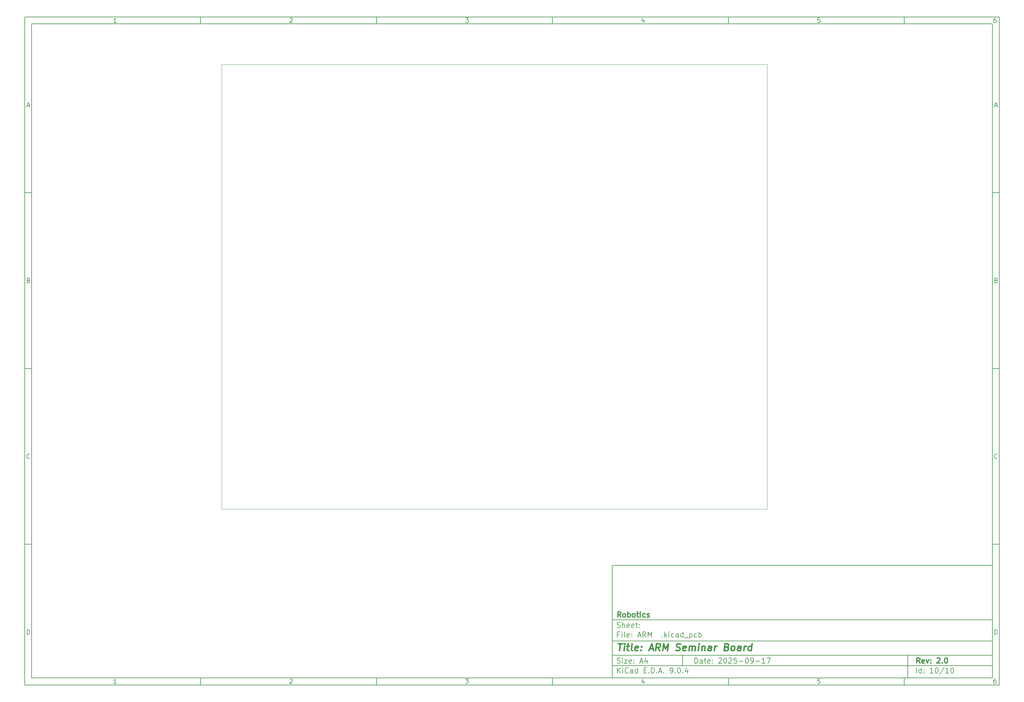
<source format=gm1>
G04 #@! TF.GenerationSoftware,KiCad,Pcbnew,9.0.4*
G04 #@! TF.CreationDate,2025-09-17T17:29:24+09:00*
G04 #@! TF.ProjectId,ARM ___ __,41524d20-38f8-4982-90f4-dc2e6b696361,2.0*
G04 #@! TF.SameCoordinates,Original*
G04 #@! TF.FileFunction,Profile,NP*
%FSLAX46Y46*%
G04 Gerber Fmt 4.6, Leading zero omitted, Abs format (unit mm)*
G04 Created by KiCad (PCBNEW 9.0.4) date 2025-09-17 17:29:24*
%MOMM*%
%LPD*%
G01*
G04 APERTURE LIST*
%ADD10C,0.100000*%
%ADD11C,0.150000*%
%ADD12C,0.300000*%
%ADD13C,0.400000*%
G04 #@! TA.AperFunction,Profile*
%ADD14C,0.050000*%
G04 #@! TD*
G04 APERTURE END LIST*
D10*
D11*
X177002200Y-166007200D02*
X285002200Y-166007200D01*
X285002200Y-198007200D01*
X177002200Y-198007200D01*
X177002200Y-166007200D01*
D10*
D11*
X10000000Y-10000000D02*
X287002200Y-10000000D01*
X287002200Y-200007200D01*
X10000000Y-200007200D01*
X10000000Y-10000000D01*
D10*
D11*
X12000000Y-12000000D02*
X285002200Y-12000000D01*
X285002200Y-198007200D01*
X12000000Y-198007200D01*
X12000000Y-12000000D01*
D10*
D11*
X60000000Y-12000000D02*
X60000000Y-10000000D01*
D10*
D11*
X110000000Y-12000000D02*
X110000000Y-10000000D01*
D10*
D11*
X160000000Y-12000000D02*
X160000000Y-10000000D01*
D10*
D11*
X210000000Y-12000000D02*
X210000000Y-10000000D01*
D10*
D11*
X260000000Y-12000000D02*
X260000000Y-10000000D01*
D10*
D11*
X36089160Y-11593604D02*
X35346303Y-11593604D01*
X35717731Y-11593604D02*
X35717731Y-10293604D01*
X35717731Y-10293604D02*
X35593922Y-10479319D01*
X35593922Y-10479319D02*
X35470112Y-10603128D01*
X35470112Y-10603128D02*
X35346303Y-10665033D01*
D10*
D11*
X85346303Y-10417414D02*
X85408207Y-10355509D01*
X85408207Y-10355509D02*
X85532017Y-10293604D01*
X85532017Y-10293604D02*
X85841541Y-10293604D01*
X85841541Y-10293604D02*
X85965350Y-10355509D01*
X85965350Y-10355509D02*
X86027255Y-10417414D01*
X86027255Y-10417414D02*
X86089160Y-10541223D01*
X86089160Y-10541223D02*
X86089160Y-10665033D01*
X86089160Y-10665033D02*
X86027255Y-10850747D01*
X86027255Y-10850747D02*
X85284398Y-11593604D01*
X85284398Y-11593604D02*
X86089160Y-11593604D01*
D10*
D11*
X135284398Y-10293604D02*
X136089160Y-10293604D01*
X136089160Y-10293604D02*
X135655826Y-10788842D01*
X135655826Y-10788842D02*
X135841541Y-10788842D01*
X135841541Y-10788842D02*
X135965350Y-10850747D01*
X135965350Y-10850747D02*
X136027255Y-10912652D01*
X136027255Y-10912652D02*
X136089160Y-11036461D01*
X136089160Y-11036461D02*
X136089160Y-11345985D01*
X136089160Y-11345985D02*
X136027255Y-11469795D01*
X136027255Y-11469795D02*
X135965350Y-11531700D01*
X135965350Y-11531700D02*
X135841541Y-11593604D01*
X135841541Y-11593604D02*
X135470112Y-11593604D01*
X135470112Y-11593604D02*
X135346303Y-11531700D01*
X135346303Y-11531700D02*
X135284398Y-11469795D01*
D10*
D11*
X185965350Y-10726938D02*
X185965350Y-11593604D01*
X185655826Y-10231700D02*
X185346303Y-11160271D01*
X185346303Y-11160271D02*
X186151064Y-11160271D01*
D10*
D11*
X236027255Y-10293604D02*
X235408207Y-10293604D01*
X235408207Y-10293604D02*
X235346303Y-10912652D01*
X235346303Y-10912652D02*
X235408207Y-10850747D01*
X235408207Y-10850747D02*
X235532017Y-10788842D01*
X235532017Y-10788842D02*
X235841541Y-10788842D01*
X235841541Y-10788842D02*
X235965350Y-10850747D01*
X235965350Y-10850747D02*
X236027255Y-10912652D01*
X236027255Y-10912652D02*
X236089160Y-11036461D01*
X236089160Y-11036461D02*
X236089160Y-11345985D01*
X236089160Y-11345985D02*
X236027255Y-11469795D01*
X236027255Y-11469795D02*
X235965350Y-11531700D01*
X235965350Y-11531700D02*
X235841541Y-11593604D01*
X235841541Y-11593604D02*
X235532017Y-11593604D01*
X235532017Y-11593604D02*
X235408207Y-11531700D01*
X235408207Y-11531700D02*
X235346303Y-11469795D01*
D10*
D11*
X285965350Y-10293604D02*
X285717731Y-10293604D01*
X285717731Y-10293604D02*
X285593922Y-10355509D01*
X285593922Y-10355509D02*
X285532017Y-10417414D01*
X285532017Y-10417414D02*
X285408207Y-10603128D01*
X285408207Y-10603128D02*
X285346303Y-10850747D01*
X285346303Y-10850747D02*
X285346303Y-11345985D01*
X285346303Y-11345985D02*
X285408207Y-11469795D01*
X285408207Y-11469795D02*
X285470112Y-11531700D01*
X285470112Y-11531700D02*
X285593922Y-11593604D01*
X285593922Y-11593604D02*
X285841541Y-11593604D01*
X285841541Y-11593604D02*
X285965350Y-11531700D01*
X285965350Y-11531700D02*
X286027255Y-11469795D01*
X286027255Y-11469795D02*
X286089160Y-11345985D01*
X286089160Y-11345985D02*
X286089160Y-11036461D01*
X286089160Y-11036461D02*
X286027255Y-10912652D01*
X286027255Y-10912652D02*
X285965350Y-10850747D01*
X285965350Y-10850747D02*
X285841541Y-10788842D01*
X285841541Y-10788842D02*
X285593922Y-10788842D01*
X285593922Y-10788842D02*
X285470112Y-10850747D01*
X285470112Y-10850747D02*
X285408207Y-10912652D01*
X285408207Y-10912652D02*
X285346303Y-11036461D01*
D10*
D11*
X60000000Y-198007200D02*
X60000000Y-200007200D01*
D10*
D11*
X110000000Y-198007200D02*
X110000000Y-200007200D01*
D10*
D11*
X160000000Y-198007200D02*
X160000000Y-200007200D01*
D10*
D11*
X210000000Y-198007200D02*
X210000000Y-200007200D01*
D10*
D11*
X260000000Y-198007200D02*
X260000000Y-200007200D01*
D10*
D11*
X36089160Y-199600804D02*
X35346303Y-199600804D01*
X35717731Y-199600804D02*
X35717731Y-198300804D01*
X35717731Y-198300804D02*
X35593922Y-198486519D01*
X35593922Y-198486519D02*
X35470112Y-198610328D01*
X35470112Y-198610328D02*
X35346303Y-198672233D01*
D10*
D11*
X85346303Y-198424614D02*
X85408207Y-198362709D01*
X85408207Y-198362709D02*
X85532017Y-198300804D01*
X85532017Y-198300804D02*
X85841541Y-198300804D01*
X85841541Y-198300804D02*
X85965350Y-198362709D01*
X85965350Y-198362709D02*
X86027255Y-198424614D01*
X86027255Y-198424614D02*
X86089160Y-198548423D01*
X86089160Y-198548423D02*
X86089160Y-198672233D01*
X86089160Y-198672233D02*
X86027255Y-198857947D01*
X86027255Y-198857947D02*
X85284398Y-199600804D01*
X85284398Y-199600804D02*
X86089160Y-199600804D01*
D10*
D11*
X135284398Y-198300804D02*
X136089160Y-198300804D01*
X136089160Y-198300804D02*
X135655826Y-198796042D01*
X135655826Y-198796042D02*
X135841541Y-198796042D01*
X135841541Y-198796042D02*
X135965350Y-198857947D01*
X135965350Y-198857947D02*
X136027255Y-198919852D01*
X136027255Y-198919852D02*
X136089160Y-199043661D01*
X136089160Y-199043661D02*
X136089160Y-199353185D01*
X136089160Y-199353185D02*
X136027255Y-199476995D01*
X136027255Y-199476995D02*
X135965350Y-199538900D01*
X135965350Y-199538900D02*
X135841541Y-199600804D01*
X135841541Y-199600804D02*
X135470112Y-199600804D01*
X135470112Y-199600804D02*
X135346303Y-199538900D01*
X135346303Y-199538900D02*
X135284398Y-199476995D01*
D10*
D11*
X185965350Y-198734138D02*
X185965350Y-199600804D01*
X185655826Y-198238900D02*
X185346303Y-199167471D01*
X185346303Y-199167471D02*
X186151064Y-199167471D01*
D10*
D11*
X236027255Y-198300804D02*
X235408207Y-198300804D01*
X235408207Y-198300804D02*
X235346303Y-198919852D01*
X235346303Y-198919852D02*
X235408207Y-198857947D01*
X235408207Y-198857947D02*
X235532017Y-198796042D01*
X235532017Y-198796042D02*
X235841541Y-198796042D01*
X235841541Y-198796042D02*
X235965350Y-198857947D01*
X235965350Y-198857947D02*
X236027255Y-198919852D01*
X236027255Y-198919852D02*
X236089160Y-199043661D01*
X236089160Y-199043661D02*
X236089160Y-199353185D01*
X236089160Y-199353185D02*
X236027255Y-199476995D01*
X236027255Y-199476995D02*
X235965350Y-199538900D01*
X235965350Y-199538900D02*
X235841541Y-199600804D01*
X235841541Y-199600804D02*
X235532017Y-199600804D01*
X235532017Y-199600804D02*
X235408207Y-199538900D01*
X235408207Y-199538900D02*
X235346303Y-199476995D01*
D10*
D11*
X285965350Y-198300804D02*
X285717731Y-198300804D01*
X285717731Y-198300804D02*
X285593922Y-198362709D01*
X285593922Y-198362709D02*
X285532017Y-198424614D01*
X285532017Y-198424614D02*
X285408207Y-198610328D01*
X285408207Y-198610328D02*
X285346303Y-198857947D01*
X285346303Y-198857947D02*
X285346303Y-199353185D01*
X285346303Y-199353185D02*
X285408207Y-199476995D01*
X285408207Y-199476995D02*
X285470112Y-199538900D01*
X285470112Y-199538900D02*
X285593922Y-199600804D01*
X285593922Y-199600804D02*
X285841541Y-199600804D01*
X285841541Y-199600804D02*
X285965350Y-199538900D01*
X285965350Y-199538900D02*
X286027255Y-199476995D01*
X286027255Y-199476995D02*
X286089160Y-199353185D01*
X286089160Y-199353185D02*
X286089160Y-199043661D01*
X286089160Y-199043661D02*
X286027255Y-198919852D01*
X286027255Y-198919852D02*
X285965350Y-198857947D01*
X285965350Y-198857947D02*
X285841541Y-198796042D01*
X285841541Y-198796042D02*
X285593922Y-198796042D01*
X285593922Y-198796042D02*
X285470112Y-198857947D01*
X285470112Y-198857947D02*
X285408207Y-198919852D01*
X285408207Y-198919852D02*
X285346303Y-199043661D01*
D10*
D11*
X10000000Y-60000000D02*
X12000000Y-60000000D01*
D10*
D11*
X10000000Y-110000000D02*
X12000000Y-110000000D01*
D10*
D11*
X10000000Y-160000000D02*
X12000000Y-160000000D01*
D10*
D11*
X10690476Y-35222176D02*
X11309523Y-35222176D01*
X10566666Y-35593604D02*
X10999999Y-34293604D01*
X10999999Y-34293604D02*
X11433333Y-35593604D01*
D10*
D11*
X11092857Y-84912652D02*
X11278571Y-84974557D01*
X11278571Y-84974557D02*
X11340476Y-85036461D01*
X11340476Y-85036461D02*
X11402380Y-85160271D01*
X11402380Y-85160271D02*
X11402380Y-85345985D01*
X11402380Y-85345985D02*
X11340476Y-85469795D01*
X11340476Y-85469795D02*
X11278571Y-85531700D01*
X11278571Y-85531700D02*
X11154761Y-85593604D01*
X11154761Y-85593604D02*
X10659523Y-85593604D01*
X10659523Y-85593604D02*
X10659523Y-84293604D01*
X10659523Y-84293604D02*
X11092857Y-84293604D01*
X11092857Y-84293604D02*
X11216666Y-84355509D01*
X11216666Y-84355509D02*
X11278571Y-84417414D01*
X11278571Y-84417414D02*
X11340476Y-84541223D01*
X11340476Y-84541223D02*
X11340476Y-84665033D01*
X11340476Y-84665033D02*
X11278571Y-84788842D01*
X11278571Y-84788842D02*
X11216666Y-84850747D01*
X11216666Y-84850747D02*
X11092857Y-84912652D01*
X11092857Y-84912652D02*
X10659523Y-84912652D01*
D10*
D11*
X11402380Y-135469795D02*
X11340476Y-135531700D01*
X11340476Y-135531700D02*
X11154761Y-135593604D01*
X11154761Y-135593604D02*
X11030952Y-135593604D01*
X11030952Y-135593604D02*
X10845238Y-135531700D01*
X10845238Y-135531700D02*
X10721428Y-135407890D01*
X10721428Y-135407890D02*
X10659523Y-135284080D01*
X10659523Y-135284080D02*
X10597619Y-135036461D01*
X10597619Y-135036461D02*
X10597619Y-134850747D01*
X10597619Y-134850747D02*
X10659523Y-134603128D01*
X10659523Y-134603128D02*
X10721428Y-134479319D01*
X10721428Y-134479319D02*
X10845238Y-134355509D01*
X10845238Y-134355509D02*
X11030952Y-134293604D01*
X11030952Y-134293604D02*
X11154761Y-134293604D01*
X11154761Y-134293604D02*
X11340476Y-134355509D01*
X11340476Y-134355509D02*
X11402380Y-134417414D01*
D10*
D11*
X10659523Y-185593604D02*
X10659523Y-184293604D01*
X10659523Y-184293604D02*
X10969047Y-184293604D01*
X10969047Y-184293604D02*
X11154761Y-184355509D01*
X11154761Y-184355509D02*
X11278571Y-184479319D01*
X11278571Y-184479319D02*
X11340476Y-184603128D01*
X11340476Y-184603128D02*
X11402380Y-184850747D01*
X11402380Y-184850747D02*
X11402380Y-185036461D01*
X11402380Y-185036461D02*
X11340476Y-185284080D01*
X11340476Y-185284080D02*
X11278571Y-185407890D01*
X11278571Y-185407890D02*
X11154761Y-185531700D01*
X11154761Y-185531700D02*
X10969047Y-185593604D01*
X10969047Y-185593604D02*
X10659523Y-185593604D01*
D10*
D11*
X287002200Y-60000000D02*
X285002200Y-60000000D01*
D10*
D11*
X287002200Y-110000000D02*
X285002200Y-110000000D01*
D10*
D11*
X287002200Y-160000000D02*
X285002200Y-160000000D01*
D10*
D11*
X285692676Y-35222176D02*
X286311723Y-35222176D01*
X285568866Y-35593604D02*
X286002199Y-34293604D01*
X286002199Y-34293604D02*
X286435533Y-35593604D01*
D10*
D11*
X286095057Y-84912652D02*
X286280771Y-84974557D01*
X286280771Y-84974557D02*
X286342676Y-85036461D01*
X286342676Y-85036461D02*
X286404580Y-85160271D01*
X286404580Y-85160271D02*
X286404580Y-85345985D01*
X286404580Y-85345985D02*
X286342676Y-85469795D01*
X286342676Y-85469795D02*
X286280771Y-85531700D01*
X286280771Y-85531700D02*
X286156961Y-85593604D01*
X286156961Y-85593604D02*
X285661723Y-85593604D01*
X285661723Y-85593604D02*
X285661723Y-84293604D01*
X285661723Y-84293604D02*
X286095057Y-84293604D01*
X286095057Y-84293604D02*
X286218866Y-84355509D01*
X286218866Y-84355509D02*
X286280771Y-84417414D01*
X286280771Y-84417414D02*
X286342676Y-84541223D01*
X286342676Y-84541223D02*
X286342676Y-84665033D01*
X286342676Y-84665033D02*
X286280771Y-84788842D01*
X286280771Y-84788842D02*
X286218866Y-84850747D01*
X286218866Y-84850747D02*
X286095057Y-84912652D01*
X286095057Y-84912652D02*
X285661723Y-84912652D01*
D10*
D11*
X286404580Y-135469795D02*
X286342676Y-135531700D01*
X286342676Y-135531700D02*
X286156961Y-135593604D01*
X286156961Y-135593604D02*
X286033152Y-135593604D01*
X286033152Y-135593604D02*
X285847438Y-135531700D01*
X285847438Y-135531700D02*
X285723628Y-135407890D01*
X285723628Y-135407890D02*
X285661723Y-135284080D01*
X285661723Y-135284080D02*
X285599819Y-135036461D01*
X285599819Y-135036461D02*
X285599819Y-134850747D01*
X285599819Y-134850747D02*
X285661723Y-134603128D01*
X285661723Y-134603128D02*
X285723628Y-134479319D01*
X285723628Y-134479319D02*
X285847438Y-134355509D01*
X285847438Y-134355509D02*
X286033152Y-134293604D01*
X286033152Y-134293604D02*
X286156961Y-134293604D01*
X286156961Y-134293604D02*
X286342676Y-134355509D01*
X286342676Y-134355509D02*
X286404580Y-134417414D01*
D10*
D11*
X285661723Y-185593604D02*
X285661723Y-184293604D01*
X285661723Y-184293604D02*
X285971247Y-184293604D01*
X285971247Y-184293604D02*
X286156961Y-184355509D01*
X286156961Y-184355509D02*
X286280771Y-184479319D01*
X286280771Y-184479319D02*
X286342676Y-184603128D01*
X286342676Y-184603128D02*
X286404580Y-184850747D01*
X286404580Y-184850747D02*
X286404580Y-185036461D01*
X286404580Y-185036461D02*
X286342676Y-185284080D01*
X286342676Y-185284080D02*
X286280771Y-185407890D01*
X286280771Y-185407890D02*
X286156961Y-185531700D01*
X286156961Y-185531700D02*
X285971247Y-185593604D01*
X285971247Y-185593604D02*
X285661723Y-185593604D01*
D10*
D11*
X200458026Y-193793328D02*
X200458026Y-192293328D01*
X200458026Y-192293328D02*
X200815169Y-192293328D01*
X200815169Y-192293328D02*
X201029455Y-192364757D01*
X201029455Y-192364757D02*
X201172312Y-192507614D01*
X201172312Y-192507614D02*
X201243741Y-192650471D01*
X201243741Y-192650471D02*
X201315169Y-192936185D01*
X201315169Y-192936185D02*
X201315169Y-193150471D01*
X201315169Y-193150471D02*
X201243741Y-193436185D01*
X201243741Y-193436185D02*
X201172312Y-193579042D01*
X201172312Y-193579042D02*
X201029455Y-193721900D01*
X201029455Y-193721900D02*
X200815169Y-193793328D01*
X200815169Y-193793328D02*
X200458026Y-193793328D01*
X202600884Y-193793328D02*
X202600884Y-193007614D01*
X202600884Y-193007614D02*
X202529455Y-192864757D01*
X202529455Y-192864757D02*
X202386598Y-192793328D01*
X202386598Y-192793328D02*
X202100884Y-192793328D01*
X202100884Y-192793328D02*
X201958026Y-192864757D01*
X202600884Y-193721900D02*
X202458026Y-193793328D01*
X202458026Y-193793328D02*
X202100884Y-193793328D01*
X202100884Y-193793328D02*
X201958026Y-193721900D01*
X201958026Y-193721900D02*
X201886598Y-193579042D01*
X201886598Y-193579042D02*
X201886598Y-193436185D01*
X201886598Y-193436185D02*
X201958026Y-193293328D01*
X201958026Y-193293328D02*
X202100884Y-193221900D01*
X202100884Y-193221900D02*
X202458026Y-193221900D01*
X202458026Y-193221900D02*
X202600884Y-193150471D01*
X203100884Y-192793328D02*
X203672312Y-192793328D01*
X203315169Y-192293328D02*
X203315169Y-193579042D01*
X203315169Y-193579042D02*
X203386598Y-193721900D01*
X203386598Y-193721900D02*
X203529455Y-193793328D01*
X203529455Y-193793328D02*
X203672312Y-193793328D01*
X204743741Y-193721900D02*
X204600884Y-193793328D01*
X204600884Y-193793328D02*
X204315170Y-193793328D01*
X204315170Y-193793328D02*
X204172312Y-193721900D01*
X204172312Y-193721900D02*
X204100884Y-193579042D01*
X204100884Y-193579042D02*
X204100884Y-193007614D01*
X204100884Y-193007614D02*
X204172312Y-192864757D01*
X204172312Y-192864757D02*
X204315170Y-192793328D01*
X204315170Y-192793328D02*
X204600884Y-192793328D01*
X204600884Y-192793328D02*
X204743741Y-192864757D01*
X204743741Y-192864757D02*
X204815170Y-193007614D01*
X204815170Y-193007614D02*
X204815170Y-193150471D01*
X204815170Y-193150471D02*
X204100884Y-193293328D01*
X205458026Y-193650471D02*
X205529455Y-193721900D01*
X205529455Y-193721900D02*
X205458026Y-193793328D01*
X205458026Y-193793328D02*
X205386598Y-193721900D01*
X205386598Y-193721900D02*
X205458026Y-193650471D01*
X205458026Y-193650471D02*
X205458026Y-193793328D01*
X205458026Y-192864757D02*
X205529455Y-192936185D01*
X205529455Y-192936185D02*
X205458026Y-193007614D01*
X205458026Y-193007614D02*
X205386598Y-192936185D01*
X205386598Y-192936185D02*
X205458026Y-192864757D01*
X205458026Y-192864757D02*
X205458026Y-193007614D01*
X207243741Y-192436185D02*
X207315169Y-192364757D01*
X207315169Y-192364757D02*
X207458027Y-192293328D01*
X207458027Y-192293328D02*
X207815169Y-192293328D01*
X207815169Y-192293328D02*
X207958027Y-192364757D01*
X207958027Y-192364757D02*
X208029455Y-192436185D01*
X208029455Y-192436185D02*
X208100884Y-192579042D01*
X208100884Y-192579042D02*
X208100884Y-192721900D01*
X208100884Y-192721900D02*
X208029455Y-192936185D01*
X208029455Y-192936185D02*
X207172312Y-193793328D01*
X207172312Y-193793328D02*
X208100884Y-193793328D01*
X209029455Y-192293328D02*
X209172312Y-192293328D01*
X209172312Y-192293328D02*
X209315169Y-192364757D01*
X209315169Y-192364757D02*
X209386598Y-192436185D01*
X209386598Y-192436185D02*
X209458026Y-192579042D01*
X209458026Y-192579042D02*
X209529455Y-192864757D01*
X209529455Y-192864757D02*
X209529455Y-193221900D01*
X209529455Y-193221900D02*
X209458026Y-193507614D01*
X209458026Y-193507614D02*
X209386598Y-193650471D01*
X209386598Y-193650471D02*
X209315169Y-193721900D01*
X209315169Y-193721900D02*
X209172312Y-193793328D01*
X209172312Y-193793328D02*
X209029455Y-193793328D01*
X209029455Y-193793328D02*
X208886598Y-193721900D01*
X208886598Y-193721900D02*
X208815169Y-193650471D01*
X208815169Y-193650471D02*
X208743740Y-193507614D01*
X208743740Y-193507614D02*
X208672312Y-193221900D01*
X208672312Y-193221900D02*
X208672312Y-192864757D01*
X208672312Y-192864757D02*
X208743740Y-192579042D01*
X208743740Y-192579042D02*
X208815169Y-192436185D01*
X208815169Y-192436185D02*
X208886598Y-192364757D01*
X208886598Y-192364757D02*
X209029455Y-192293328D01*
X210100883Y-192436185D02*
X210172311Y-192364757D01*
X210172311Y-192364757D02*
X210315169Y-192293328D01*
X210315169Y-192293328D02*
X210672311Y-192293328D01*
X210672311Y-192293328D02*
X210815169Y-192364757D01*
X210815169Y-192364757D02*
X210886597Y-192436185D01*
X210886597Y-192436185D02*
X210958026Y-192579042D01*
X210958026Y-192579042D02*
X210958026Y-192721900D01*
X210958026Y-192721900D02*
X210886597Y-192936185D01*
X210886597Y-192936185D02*
X210029454Y-193793328D01*
X210029454Y-193793328D02*
X210958026Y-193793328D01*
X212315168Y-192293328D02*
X211600882Y-192293328D01*
X211600882Y-192293328D02*
X211529454Y-193007614D01*
X211529454Y-193007614D02*
X211600882Y-192936185D01*
X211600882Y-192936185D02*
X211743740Y-192864757D01*
X211743740Y-192864757D02*
X212100882Y-192864757D01*
X212100882Y-192864757D02*
X212243740Y-192936185D01*
X212243740Y-192936185D02*
X212315168Y-193007614D01*
X212315168Y-193007614D02*
X212386597Y-193150471D01*
X212386597Y-193150471D02*
X212386597Y-193507614D01*
X212386597Y-193507614D02*
X212315168Y-193650471D01*
X212315168Y-193650471D02*
X212243740Y-193721900D01*
X212243740Y-193721900D02*
X212100882Y-193793328D01*
X212100882Y-193793328D02*
X211743740Y-193793328D01*
X211743740Y-193793328D02*
X211600882Y-193721900D01*
X211600882Y-193721900D02*
X211529454Y-193650471D01*
X213029453Y-193221900D02*
X214172311Y-193221900D01*
X215172311Y-192293328D02*
X215315168Y-192293328D01*
X215315168Y-192293328D02*
X215458025Y-192364757D01*
X215458025Y-192364757D02*
X215529454Y-192436185D01*
X215529454Y-192436185D02*
X215600882Y-192579042D01*
X215600882Y-192579042D02*
X215672311Y-192864757D01*
X215672311Y-192864757D02*
X215672311Y-193221900D01*
X215672311Y-193221900D02*
X215600882Y-193507614D01*
X215600882Y-193507614D02*
X215529454Y-193650471D01*
X215529454Y-193650471D02*
X215458025Y-193721900D01*
X215458025Y-193721900D02*
X215315168Y-193793328D01*
X215315168Y-193793328D02*
X215172311Y-193793328D01*
X215172311Y-193793328D02*
X215029454Y-193721900D01*
X215029454Y-193721900D02*
X214958025Y-193650471D01*
X214958025Y-193650471D02*
X214886596Y-193507614D01*
X214886596Y-193507614D02*
X214815168Y-193221900D01*
X214815168Y-193221900D02*
X214815168Y-192864757D01*
X214815168Y-192864757D02*
X214886596Y-192579042D01*
X214886596Y-192579042D02*
X214958025Y-192436185D01*
X214958025Y-192436185D02*
X215029454Y-192364757D01*
X215029454Y-192364757D02*
X215172311Y-192293328D01*
X216386596Y-193793328D02*
X216672310Y-193793328D01*
X216672310Y-193793328D02*
X216815167Y-193721900D01*
X216815167Y-193721900D02*
X216886596Y-193650471D01*
X216886596Y-193650471D02*
X217029453Y-193436185D01*
X217029453Y-193436185D02*
X217100882Y-193150471D01*
X217100882Y-193150471D02*
X217100882Y-192579042D01*
X217100882Y-192579042D02*
X217029453Y-192436185D01*
X217029453Y-192436185D02*
X216958025Y-192364757D01*
X216958025Y-192364757D02*
X216815167Y-192293328D01*
X216815167Y-192293328D02*
X216529453Y-192293328D01*
X216529453Y-192293328D02*
X216386596Y-192364757D01*
X216386596Y-192364757D02*
X216315167Y-192436185D01*
X216315167Y-192436185D02*
X216243739Y-192579042D01*
X216243739Y-192579042D02*
X216243739Y-192936185D01*
X216243739Y-192936185D02*
X216315167Y-193079042D01*
X216315167Y-193079042D02*
X216386596Y-193150471D01*
X216386596Y-193150471D02*
X216529453Y-193221900D01*
X216529453Y-193221900D02*
X216815167Y-193221900D01*
X216815167Y-193221900D02*
X216958025Y-193150471D01*
X216958025Y-193150471D02*
X217029453Y-193079042D01*
X217029453Y-193079042D02*
X217100882Y-192936185D01*
X217743738Y-193221900D02*
X218886596Y-193221900D01*
X220386596Y-193793328D02*
X219529453Y-193793328D01*
X219958024Y-193793328D02*
X219958024Y-192293328D01*
X219958024Y-192293328D02*
X219815167Y-192507614D01*
X219815167Y-192507614D02*
X219672310Y-192650471D01*
X219672310Y-192650471D02*
X219529453Y-192721900D01*
X220886595Y-192293328D02*
X221886595Y-192293328D01*
X221886595Y-192293328D02*
X221243738Y-193793328D01*
D10*
D11*
X177002200Y-194507200D02*
X285002200Y-194507200D01*
D10*
D11*
X178458026Y-196593328D02*
X178458026Y-195093328D01*
X179315169Y-196593328D02*
X178672312Y-195736185D01*
X179315169Y-195093328D02*
X178458026Y-195950471D01*
X179958026Y-196593328D02*
X179958026Y-195593328D01*
X179958026Y-195093328D02*
X179886598Y-195164757D01*
X179886598Y-195164757D02*
X179958026Y-195236185D01*
X179958026Y-195236185D02*
X180029455Y-195164757D01*
X180029455Y-195164757D02*
X179958026Y-195093328D01*
X179958026Y-195093328D02*
X179958026Y-195236185D01*
X181529455Y-196450471D02*
X181458027Y-196521900D01*
X181458027Y-196521900D02*
X181243741Y-196593328D01*
X181243741Y-196593328D02*
X181100884Y-196593328D01*
X181100884Y-196593328D02*
X180886598Y-196521900D01*
X180886598Y-196521900D02*
X180743741Y-196379042D01*
X180743741Y-196379042D02*
X180672312Y-196236185D01*
X180672312Y-196236185D02*
X180600884Y-195950471D01*
X180600884Y-195950471D02*
X180600884Y-195736185D01*
X180600884Y-195736185D02*
X180672312Y-195450471D01*
X180672312Y-195450471D02*
X180743741Y-195307614D01*
X180743741Y-195307614D02*
X180886598Y-195164757D01*
X180886598Y-195164757D02*
X181100884Y-195093328D01*
X181100884Y-195093328D02*
X181243741Y-195093328D01*
X181243741Y-195093328D02*
X181458027Y-195164757D01*
X181458027Y-195164757D02*
X181529455Y-195236185D01*
X182815170Y-196593328D02*
X182815170Y-195807614D01*
X182815170Y-195807614D02*
X182743741Y-195664757D01*
X182743741Y-195664757D02*
X182600884Y-195593328D01*
X182600884Y-195593328D02*
X182315170Y-195593328D01*
X182315170Y-195593328D02*
X182172312Y-195664757D01*
X182815170Y-196521900D02*
X182672312Y-196593328D01*
X182672312Y-196593328D02*
X182315170Y-196593328D01*
X182315170Y-196593328D02*
X182172312Y-196521900D01*
X182172312Y-196521900D02*
X182100884Y-196379042D01*
X182100884Y-196379042D02*
X182100884Y-196236185D01*
X182100884Y-196236185D02*
X182172312Y-196093328D01*
X182172312Y-196093328D02*
X182315170Y-196021900D01*
X182315170Y-196021900D02*
X182672312Y-196021900D01*
X182672312Y-196021900D02*
X182815170Y-195950471D01*
X184172313Y-196593328D02*
X184172313Y-195093328D01*
X184172313Y-196521900D02*
X184029455Y-196593328D01*
X184029455Y-196593328D02*
X183743741Y-196593328D01*
X183743741Y-196593328D02*
X183600884Y-196521900D01*
X183600884Y-196521900D02*
X183529455Y-196450471D01*
X183529455Y-196450471D02*
X183458027Y-196307614D01*
X183458027Y-196307614D02*
X183458027Y-195879042D01*
X183458027Y-195879042D02*
X183529455Y-195736185D01*
X183529455Y-195736185D02*
X183600884Y-195664757D01*
X183600884Y-195664757D02*
X183743741Y-195593328D01*
X183743741Y-195593328D02*
X184029455Y-195593328D01*
X184029455Y-195593328D02*
X184172313Y-195664757D01*
X186029455Y-195807614D02*
X186529455Y-195807614D01*
X186743741Y-196593328D02*
X186029455Y-196593328D01*
X186029455Y-196593328D02*
X186029455Y-195093328D01*
X186029455Y-195093328D02*
X186743741Y-195093328D01*
X187386598Y-196450471D02*
X187458027Y-196521900D01*
X187458027Y-196521900D02*
X187386598Y-196593328D01*
X187386598Y-196593328D02*
X187315170Y-196521900D01*
X187315170Y-196521900D02*
X187386598Y-196450471D01*
X187386598Y-196450471D02*
X187386598Y-196593328D01*
X188100884Y-196593328D02*
X188100884Y-195093328D01*
X188100884Y-195093328D02*
X188458027Y-195093328D01*
X188458027Y-195093328D02*
X188672313Y-195164757D01*
X188672313Y-195164757D02*
X188815170Y-195307614D01*
X188815170Y-195307614D02*
X188886599Y-195450471D01*
X188886599Y-195450471D02*
X188958027Y-195736185D01*
X188958027Y-195736185D02*
X188958027Y-195950471D01*
X188958027Y-195950471D02*
X188886599Y-196236185D01*
X188886599Y-196236185D02*
X188815170Y-196379042D01*
X188815170Y-196379042D02*
X188672313Y-196521900D01*
X188672313Y-196521900D02*
X188458027Y-196593328D01*
X188458027Y-196593328D02*
X188100884Y-196593328D01*
X189600884Y-196450471D02*
X189672313Y-196521900D01*
X189672313Y-196521900D02*
X189600884Y-196593328D01*
X189600884Y-196593328D02*
X189529456Y-196521900D01*
X189529456Y-196521900D02*
X189600884Y-196450471D01*
X189600884Y-196450471D02*
X189600884Y-196593328D01*
X190243742Y-196164757D02*
X190958028Y-196164757D01*
X190100885Y-196593328D02*
X190600885Y-195093328D01*
X190600885Y-195093328D02*
X191100885Y-196593328D01*
X191600884Y-196450471D02*
X191672313Y-196521900D01*
X191672313Y-196521900D02*
X191600884Y-196593328D01*
X191600884Y-196593328D02*
X191529456Y-196521900D01*
X191529456Y-196521900D02*
X191600884Y-196450471D01*
X191600884Y-196450471D02*
X191600884Y-196593328D01*
X193529456Y-196593328D02*
X193815170Y-196593328D01*
X193815170Y-196593328D02*
X193958027Y-196521900D01*
X193958027Y-196521900D02*
X194029456Y-196450471D01*
X194029456Y-196450471D02*
X194172313Y-196236185D01*
X194172313Y-196236185D02*
X194243742Y-195950471D01*
X194243742Y-195950471D02*
X194243742Y-195379042D01*
X194243742Y-195379042D02*
X194172313Y-195236185D01*
X194172313Y-195236185D02*
X194100885Y-195164757D01*
X194100885Y-195164757D02*
X193958027Y-195093328D01*
X193958027Y-195093328D02*
X193672313Y-195093328D01*
X193672313Y-195093328D02*
X193529456Y-195164757D01*
X193529456Y-195164757D02*
X193458027Y-195236185D01*
X193458027Y-195236185D02*
X193386599Y-195379042D01*
X193386599Y-195379042D02*
X193386599Y-195736185D01*
X193386599Y-195736185D02*
X193458027Y-195879042D01*
X193458027Y-195879042D02*
X193529456Y-195950471D01*
X193529456Y-195950471D02*
X193672313Y-196021900D01*
X193672313Y-196021900D02*
X193958027Y-196021900D01*
X193958027Y-196021900D02*
X194100885Y-195950471D01*
X194100885Y-195950471D02*
X194172313Y-195879042D01*
X194172313Y-195879042D02*
X194243742Y-195736185D01*
X194886598Y-196450471D02*
X194958027Y-196521900D01*
X194958027Y-196521900D02*
X194886598Y-196593328D01*
X194886598Y-196593328D02*
X194815170Y-196521900D01*
X194815170Y-196521900D02*
X194886598Y-196450471D01*
X194886598Y-196450471D02*
X194886598Y-196593328D01*
X195886599Y-195093328D02*
X196029456Y-195093328D01*
X196029456Y-195093328D02*
X196172313Y-195164757D01*
X196172313Y-195164757D02*
X196243742Y-195236185D01*
X196243742Y-195236185D02*
X196315170Y-195379042D01*
X196315170Y-195379042D02*
X196386599Y-195664757D01*
X196386599Y-195664757D02*
X196386599Y-196021900D01*
X196386599Y-196021900D02*
X196315170Y-196307614D01*
X196315170Y-196307614D02*
X196243742Y-196450471D01*
X196243742Y-196450471D02*
X196172313Y-196521900D01*
X196172313Y-196521900D02*
X196029456Y-196593328D01*
X196029456Y-196593328D02*
X195886599Y-196593328D01*
X195886599Y-196593328D02*
X195743742Y-196521900D01*
X195743742Y-196521900D02*
X195672313Y-196450471D01*
X195672313Y-196450471D02*
X195600884Y-196307614D01*
X195600884Y-196307614D02*
X195529456Y-196021900D01*
X195529456Y-196021900D02*
X195529456Y-195664757D01*
X195529456Y-195664757D02*
X195600884Y-195379042D01*
X195600884Y-195379042D02*
X195672313Y-195236185D01*
X195672313Y-195236185D02*
X195743742Y-195164757D01*
X195743742Y-195164757D02*
X195886599Y-195093328D01*
X197029455Y-196450471D02*
X197100884Y-196521900D01*
X197100884Y-196521900D02*
X197029455Y-196593328D01*
X197029455Y-196593328D02*
X196958027Y-196521900D01*
X196958027Y-196521900D02*
X197029455Y-196450471D01*
X197029455Y-196450471D02*
X197029455Y-196593328D01*
X198386599Y-195593328D02*
X198386599Y-196593328D01*
X198029456Y-195021900D02*
X197672313Y-196093328D01*
X197672313Y-196093328D02*
X198600884Y-196093328D01*
D10*
D11*
X177002200Y-191507200D02*
X285002200Y-191507200D01*
D10*
D12*
X264413853Y-193785528D02*
X263913853Y-193071242D01*
X263556710Y-193785528D02*
X263556710Y-192285528D01*
X263556710Y-192285528D02*
X264128139Y-192285528D01*
X264128139Y-192285528D02*
X264270996Y-192356957D01*
X264270996Y-192356957D02*
X264342425Y-192428385D01*
X264342425Y-192428385D02*
X264413853Y-192571242D01*
X264413853Y-192571242D02*
X264413853Y-192785528D01*
X264413853Y-192785528D02*
X264342425Y-192928385D01*
X264342425Y-192928385D02*
X264270996Y-192999814D01*
X264270996Y-192999814D02*
X264128139Y-193071242D01*
X264128139Y-193071242D02*
X263556710Y-193071242D01*
X265628139Y-193714100D02*
X265485282Y-193785528D01*
X265485282Y-193785528D02*
X265199568Y-193785528D01*
X265199568Y-193785528D02*
X265056710Y-193714100D01*
X265056710Y-193714100D02*
X264985282Y-193571242D01*
X264985282Y-193571242D02*
X264985282Y-192999814D01*
X264985282Y-192999814D02*
X265056710Y-192856957D01*
X265056710Y-192856957D02*
X265199568Y-192785528D01*
X265199568Y-192785528D02*
X265485282Y-192785528D01*
X265485282Y-192785528D02*
X265628139Y-192856957D01*
X265628139Y-192856957D02*
X265699568Y-192999814D01*
X265699568Y-192999814D02*
X265699568Y-193142671D01*
X265699568Y-193142671D02*
X264985282Y-193285528D01*
X266199567Y-192785528D02*
X266556710Y-193785528D01*
X266556710Y-193785528D02*
X266913853Y-192785528D01*
X267485281Y-193642671D02*
X267556710Y-193714100D01*
X267556710Y-193714100D02*
X267485281Y-193785528D01*
X267485281Y-193785528D02*
X267413853Y-193714100D01*
X267413853Y-193714100D02*
X267485281Y-193642671D01*
X267485281Y-193642671D02*
X267485281Y-193785528D01*
X267485281Y-192856957D02*
X267556710Y-192928385D01*
X267556710Y-192928385D02*
X267485281Y-192999814D01*
X267485281Y-192999814D02*
X267413853Y-192928385D01*
X267413853Y-192928385D02*
X267485281Y-192856957D01*
X267485281Y-192856957D02*
X267485281Y-192999814D01*
X269270996Y-192428385D02*
X269342424Y-192356957D01*
X269342424Y-192356957D02*
X269485282Y-192285528D01*
X269485282Y-192285528D02*
X269842424Y-192285528D01*
X269842424Y-192285528D02*
X269985282Y-192356957D01*
X269985282Y-192356957D02*
X270056710Y-192428385D01*
X270056710Y-192428385D02*
X270128139Y-192571242D01*
X270128139Y-192571242D02*
X270128139Y-192714100D01*
X270128139Y-192714100D02*
X270056710Y-192928385D01*
X270056710Y-192928385D02*
X269199567Y-193785528D01*
X269199567Y-193785528D02*
X270128139Y-193785528D01*
X270770995Y-193642671D02*
X270842424Y-193714100D01*
X270842424Y-193714100D02*
X270770995Y-193785528D01*
X270770995Y-193785528D02*
X270699567Y-193714100D01*
X270699567Y-193714100D02*
X270770995Y-193642671D01*
X270770995Y-193642671D02*
X270770995Y-193785528D01*
X271770996Y-192285528D02*
X271913853Y-192285528D01*
X271913853Y-192285528D02*
X272056710Y-192356957D01*
X272056710Y-192356957D02*
X272128139Y-192428385D01*
X272128139Y-192428385D02*
X272199567Y-192571242D01*
X272199567Y-192571242D02*
X272270996Y-192856957D01*
X272270996Y-192856957D02*
X272270996Y-193214100D01*
X272270996Y-193214100D02*
X272199567Y-193499814D01*
X272199567Y-193499814D02*
X272128139Y-193642671D01*
X272128139Y-193642671D02*
X272056710Y-193714100D01*
X272056710Y-193714100D02*
X271913853Y-193785528D01*
X271913853Y-193785528D02*
X271770996Y-193785528D01*
X271770996Y-193785528D02*
X271628139Y-193714100D01*
X271628139Y-193714100D02*
X271556710Y-193642671D01*
X271556710Y-193642671D02*
X271485281Y-193499814D01*
X271485281Y-193499814D02*
X271413853Y-193214100D01*
X271413853Y-193214100D02*
X271413853Y-192856957D01*
X271413853Y-192856957D02*
X271485281Y-192571242D01*
X271485281Y-192571242D02*
X271556710Y-192428385D01*
X271556710Y-192428385D02*
X271628139Y-192356957D01*
X271628139Y-192356957D02*
X271770996Y-192285528D01*
D10*
D11*
X178386598Y-193721900D02*
X178600884Y-193793328D01*
X178600884Y-193793328D02*
X178958026Y-193793328D01*
X178958026Y-193793328D02*
X179100884Y-193721900D01*
X179100884Y-193721900D02*
X179172312Y-193650471D01*
X179172312Y-193650471D02*
X179243741Y-193507614D01*
X179243741Y-193507614D02*
X179243741Y-193364757D01*
X179243741Y-193364757D02*
X179172312Y-193221900D01*
X179172312Y-193221900D02*
X179100884Y-193150471D01*
X179100884Y-193150471D02*
X178958026Y-193079042D01*
X178958026Y-193079042D02*
X178672312Y-193007614D01*
X178672312Y-193007614D02*
X178529455Y-192936185D01*
X178529455Y-192936185D02*
X178458026Y-192864757D01*
X178458026Y-192864757D02*
X178386598Y-192721900D01*
X178386598Y-192721900D02*
X178386598Y-192579042D01*
X178386598Y-192579042D02*
X178458026Y-192436185D01*
X178458026Y-192436185D02*
X178529455Y-192364757D01*
X178529455Y-192364757D02*
X178672312Y-192293328D01*
X178672312Y-192293328D02*
X179029455Y-192293328D01*
X179029455Y-192293328D02*
X179243741Y-192364757D01*
X179886597Y-193793328D02*
X179886597Y-192793328D01*
X179886597Y-192293328D02*
X179815169Y-192364757D01*
X179815169Y-192364757D02*
X179886597Y-192436185D01*
X179886597Y-192436185D02*
X179958026Y-192364757D01*
X179958026Y-192364757D02*
X179886597Y-192293328D01*
X179886597Y-192293328D02*
X179886597Y-192436185D01*
X180458026Y-192793328D02*
X181243741Y-192793328D01*
X181243741Y-192793328D02*
X180458026Y-193793328D01*
X180458026Y-193793328D02*
X181243741Y-193793328D01*
X182386598Y-193721900D02*
X182243741Y-193793328D01*
X182243741Y-193793328D02*
X181958027Y-193793328D01*
X181958027Y-193793328D02*
X181815169Y-193721900D01*
X181815169Y-193721900D02*
X181743741Y-193579042D01*
X181743741Y-193579042D02*
X181743741Y-193007614D01*
X181743741Y-193007614D02*
X181815169Y-192864757D01*
X181815169Y-192864757D02*
X181958027Y-192793328D01*
X181958027Y-192793328D02*
X182243741Y-192793328D01*
X182243741Y-192793328D02*
X182386598Y-192864757D01*
X182386598Y-192864757D02*
X182458027Y-193007614D01*
X182458027Y-193007614D02*
X182458027Y-193150471D01*
X182458027Y-193150471D02*
X181743741Y-193293328D01*
X183100883Y-193650471D02*
X183172312Y-193721900D01*
X183172312Y-193721900D02*
X183100883Y-193793328D01*
X183100883Y-193793328D02*
X183029455Y-193721900D01*
X183029455Y-193721900D02*
X183100883Y-193650471D01*
X183100883Y-193650471D02*
X183100883Y-193793328D01*
X183100883Y-192864757D02*
X183172312Y-192936185D01*
X183172312Y-192936185D02*
X183100883Y-193007614D01*
X183100883Y-193007614D02*
X183029455Y-192936185D01*
X183029455Y-192936185D02*
X183100883Y-192864757D01*
X183100883Y-192864757D02*
X183100883Y-193007614D01*
X184886598Y-193364757D02*
X185600884Y-193364757D01*
X184743741Y-193793328D02*
X185243741Y-192293328D01*
X185243741Y-192293328D02*
X185743741Y-193793328D01*
X186886598Y-192793328D02*
X186886598Y-193793328D01*
X186529455Y-192221900D02*
X186172312Y-193293328D01*
X186172312Y-193293328D02*
X187100883Y-193293328D01*
D10*
D11*
X263458026Y-196593328D02*
X263458026Y-195093328D01*
X264815170Y-196593328D02*
X264815170Y-195093328D01*
X264815170Y-196521900D02*
X264672312Y-196593328D01*
X264672312Y-196593328D02*
X264386598Y-196593328D01*
X264386598Y-196593328D02*
X264243741Y-196521900D01*
X264243741Y-196521900D02*
X264172312Y-196450471D01*
X264172312Y-196450471D02*
X264100884Y-196307614D01*
X264100884Y-196307614D02*
X264100884Y-195879042D01*
X264100884Y-195879042D02*
X264172312Y-195736185D01*
X264172312Y-195736185D02*
X264243741Y-195664757D01*
X264243741Y-195664757D02*
X264386598Y-195593328D01*
X264386598Y-195593328D02*
X264672312Y-195593328D01*
X264672312Y-195593328D02*
X264815170Y-195664757D01*
X265529455Y-196450471D02*
X265600884Y-196521900D01*
X265600884Y-196521900D02*
X265529455Y-196593328D01*
X265529455Y-196593328D02*
X265458027Y-196521900D01*
X265458027Y-196521900D02*
X265529455Y-196450471D01*
X265529455Y-196450471D02*
X265529455Y-196593328D01*
X265529455Y-195664757D02*
X265600884Y-195736185D01*
X265600884Y-195736185D02*
X265529455Y-195807614D01*
X265529455Y-195807614D02*
X265458027Y-195736185D01*
X265458027Y-195736185D02*
X265529455Y-195664757D01*
X265529455Y-195664757D02*
X265529455Y-195807614D01*
X268172313Y-196593328D02*
X267315170Y-196593328D01*
X267743741Y-196593328D02*
X267743741Y-195093328D01*
X267743741Y-195093328D02*
X267600884Y-195307614D01*
X267600884Y-195307614D02*
X267458027Y-195450471D01*
X267458027Y-195450471D02*
X267315170Y-195521900D01*
X269100884Y-195093328D02*
X269243741Y-195093328D01*
X269243741Y-195093328D02*
X269386598Y-195164757D01*
X269386598Y-195164757D02*
X269458027Y-195236185D01*
X269458027Y-195236185D02*
X269529455Y-195379042D01*
X269529455Y-195379042D02*
X269600884Y-195664757D01*
X269600884Y-195664757D02*
X269600884Y-196021900D01*
X269600884Y-196021900D02*
X269529455Y-196307614D01*
X269529455Y-196307614D02*
X269458027Y-196450471D01*
X269458027Y-196450471D02*
X269386598Y-196521900D01*
X269386598Y-196521900D02*
X269243741Y-196593328D01*
X269243741Y-196593328D02*
X269100884Y-196593328D01*
X269100884Y-196593328D02*
X268958027Y-196521900D01*
X268958027Y-196521900D02*
X268886598Y-196450471D01*
X268886598Y-196450471D02*
X268815169Y-196307614D01*
X268815169Y-196307614D02*
X268743741Y-196021900D01*
X268743741Y-196021900D02*
X268743741Y-195664757D01*
X268743741Y-195664757D02*
X268815169Y-195379042D01*
X268815169Y-195379042D02*
X268886598Y-195236185D01*
X268886598Y-195236185D02*
X268958027Y-195164757D01*
X268958027Y-195164757D02*
X269100884Y-195093328D01*
X271315169Y-195021900D02*
X270029455Y-196950471D01*
X272600884Y-196593328D02*
X271743741Y-196593328D01*
X272172312Y-196593328D02*
X272172312Y-195093328D01*
X272172312Y-195093328D02*
X272029455Y-195307614D01*
X272029455Y-195307614D02*
X271886598Y-195450471D01*
X271886598Y-195450471D02*
X271743741Y-195521900D01*
X273529455Y-195093328D02*
X273672312Y-195093328D01*
X273672312Y-195093328D02*
X273815169Y-195164757D01*
X273815169Y-195164757D02*
X273886598Y-195236185D01*
X273886598Y-195236185D02*
X273958026Y-195379042D01*
X273958026Y-195379042D02*
X274029455Y-195664757D01*
X274029455Y-195664757D02*
X274029455Y-196021900D01*
X274029455Y-196021900D02*
X273958026Y-196307614D01*
X273958026Y-196307614D02*
X273886598Y-196450471D01*
X273886598Y-196450471D02*
X273815169Y-196521900D01*
X273815169Y-196521900D02*
X273672312Y-196593328D01*
X273672312Y-196593328D02*
X273529455Y-196593328D01*
X273529455Y-196593328D02*
X273386598Y-196521900D01*
X273386598Y-196521900D02*
X273315169Y-196450471D01*
X273315169Y-196450471D02*
X273243740Y-196307614D01*
X273243740Y-196307614D02*
X273172312Y-196021900D01*
X273172312Y-196021900D02*
X273172312Y-195664757D01*
X273172312Y-195664757D02*
X273243740Y-195379042D01*
X273243740Y-195379042D02*
X273315169Y-195236185D01*
X273315169Y-195236185D02*
X273386598Y-195164757D01*
X273386598Y-195164757D02*
X273529455Y-195093328D01*
D10*
D11*
X177002200Y-187507200D02*
X285002200Y-187507200D01*
D10*
D13*
X178693928Y-188211638D02*
X179836785Y-188211638D01*
X179015357Y-190211638D02*
X179265357Y-188211638D01*
X180253452Y-190211638D02*
X180420119Y-188878304D01*
X180503452Y-188211638D02*
X180396309Y-188306876D01*
X180396309Y-188306876D02*
X180479643Y-188402114D01*
X180479643Y-188402114D02*
X180586786Y-188306876D01*
X180586786Y-188306876D02*
X180503452Y-188211638D01*
X180503452Y-188211638D02*
X180479643Y-188402114D01*
X181086786Y-188878304D02*
X181848690Y-188878304D01*
X181455833Y-188211638D02*
X181241548Y-189925923D01*
X181241548Y-189925923D02*
X181312976Y-190116400D01*
X181312976Y-190116400D02*
X181491548Y-190211638D01*
X181491548Y-190211638D02*
X181682024Y-190211638D01*
X182634405Y-190211638D02*
X182455833Y-190116400D01*
X182455833Y-190116400D02*
X182384405Y-189925923D01*
X182384405Y-189925923D02*
X182598690Y-188211638D01*
X184170119Y-190116400D02*
X183967738Y-190211638D01*
X183967738Y-190211638D02*
X183586785Y-190211638D01*
X183586785Y-190211638D02*
X183408214Y-190116400D01*
X183408214Y-190116400D02*
X183336785Y-189925923D01*
X183336785Y-189925923D02*
X183432024Y-189164019D01*
X183432024Y-189164019D02*
X183551071Y-188973542D01*
X183551071Y-188973542D02*
X183753452Y-188878304D01*
X183753452Y-188878304D02*
X184134404Y-188878304D01*
X184134404Y-188878304D02*
X184312976Y-188973542D01*
X184312976Y-188973542D02*
X184384404Y-189164019D01*
X184384404Y-189164019D02*
X184360595Y-189354495D01*
X184360595Y-189354495D02*
X183384404Y-189544971D01*
X185134405Y-190021161D02*
X185217738Y-190116400D01*
X185217738Y-190116400D02*
X185110595Y-190211638D01*
X185110595Y-190211638D02*
X185027262Y-190116400D01*
X185027262Y-190116400D02*
X185134405Y-190021161D01*
X185134405Y-190021161D02*
X185110595Y-190211638D01*
X185265357Y-188973542D02*
X185348690Y-189068780D01*
X185348690Y-189068780D02*
X185241548Y-189164019D01*
X185241548Y-189164019D02*
X185158214Y-189068780D01*
X185158214Y-189068780D02*
X185265357Y-188973542D01*
X185265357Y-188973542D02*
X185241548Y-189164019D01*
X187562977Y-189640209D02*
X188515358Y-189640209D01*
X187301072Y-190211638D02*
X188217739Y-188211638D01*
X188217739Y-188211638D02*
X188634405Y-190211638D01*
X190443929Y-190211638D02*
X189896310Y-189259257D01*
X189301072Y-190211638D02*
X189551072Y-188211638D01*
X189551072Y-188211638D02*
X190312977Y-188211638D01*
X190312977Y-188211638D02*
X190491548Y-188306876D01*
X190491548Y-188306876D02*
X190574882Y-188402114D01*
X190574882Y-188402114D02*
X190646310Y-188592590D01*
X190646310Y-188592590D02*
X190610596Y-188878304D01*
X190610596Y-188878304D02*
X190491548Y-189068780D01*
X190491548Y-189068780D02*
X190384406Y-189164019D01*
X190384406Y-189164019D02*
X190182025Y-189259257D01*
X190182025Y-189259257D02*
X189420120Y-189259257D01*
X191301072Y-190211638D02*
X191551072Y-188211638D01*
X191551072Y-188211638D02*
X192039167Y-189640209D01*
X192039167Y-189640209D02*
X192884406Y-188211638D01*
X192884406Y-188211638D02*
X192634406Y-190211638D01*
X195027263Y-190116400D02*
X195301072Y-190211638D01*
X195301072Y-190211638D02*
X195777263Y-190211638D01*
X195777263Y-190211638D02*
X195979644Y-190116400D01*
X195979644Y-190116400D02*
X196086787Y-190021161D01*
X196086787Y-190021161D02*
X196205834Y-189830685D01*
X196205834Y-189830685D02*
X196229644Y-189640209D01*
X196229644Y-189640209D02*
X196158215Y-189449733D01*
X196158215Y-189449733D02*
X196074882Y-189354495D01*
X196074882Y-189354495D02*
X195896311Y-189259257D01*
X195896311Y-189259257D02*
X195527263Y-189164019D01*
X195527263Y-189164019D02*
X195348691Y-189068780D01*
X195348691Y-189068780D02*
X195265358Y-188973542D01*
X195265358Y-188973542D02*
X195193930Y-188783066D01*
X195193930Y-188783066D02*
X195217739Y-188592590D01*
X195217739Y-188592590D02*
X195336787Y-188402114D01*
X195336787Y-188402114D02*
X195443930Y-188306876D01*
X195443930Y-188306876D02*
X195646311Y-188211638D01*
X195646311Y-188211638D02*
X196122501Y-188211638D01*
X196122501Y-188211638D02*
X196396311Y-188306876D01*
X197789168Y-190116400D02*
X197586787Y-190211638D01*
X197586787Y-190211638D02*
X197205834Y-190211638D01*
X197205834Y-190211638D02*
X197027263Y-190116400D01*
X197027263Y-190116400D02*
X196955834Y-189925923D01*
X196955834Y-189925923D02*
X197051073Y-189164019D01*
X197051073Y-189164019D02*
X197170120Y-188973542D01*
X197170120Y-188973542D02*
X197372501Y-188878304D01*
X197372501Y-188878304D02*
X197753453Y-188878304D01*
X197753453Y-188878304D02*
X197932025Y-188973542D01*
X197932025Y-188973542D02*
X198003453Y-189164019D01*
X198003453Y-189164019D02*
X197979644Y-189354495D01*
X197979644Y-189354495D02*
X197003453Y-189544971D01*
X198729644Y-190211638D02*
X198896311Y-188878304D01*
X198872501Y-189068780D02*
X198979644Y-188973542D01*
X198979644Y-188973542D02*
X199182025Y-188878304D01*
X199182025Y-188878304D02*
X199467739Y-188878304D01*
X199467739Y-188878304D02*
X199646311Y-188973542D01*
X199646311Y-188973542D02*
X199717739Y-189164019D01*
X199717739Y-189164019D02*
X199586787Y-190211638D01*
X199717739Y-189164019D02*
X199836787Y-188973542D01*
X199836787Y-188973542D02*
X200039168Y-188878304D01*
X200039168Y-188878304D02*
X200324882Y-188878304D01*
X200324882Y-188878304D02*
X200503454Y-188973542D01*
X200503454Y-188973542D02*
X200574882Y-189164019D01*
X200574882Y-189164019D02*
X200443930Y-190211638D01*
X201396311Y-190211638D02*
X201562978Y-188878304D01*
X201646311Y-188211638D02*
X201539168Y-188306876D01*
X201539168Y-188306876D02*
X201622502Y-188402114D01*
X201622502Y-188402114D02*
X201729645Y-188306876D01*
X201729645Y-188306876D02*
X201646311Y-188211638D01*
X201646311Y-188211638D02*
X201622502Y-188402114D01*
X202515359Y-188878304D02*
X202348692Y-190211638D01*
X202491549Y-189068780D02*
X202598692Y-188973542D01*
X202598692Y-188973542D02*
X202801073Y-188878304D01*
X202801073Y-188878304D02*
X203086787Y-188878304D01*
X203086787Y-188878304D02*
X203265359Y-188973542D01*
X203265359Y-188973542D02*
X203336787Y-189164019D01*
X203336787Y-189164019D02*
X203205835Y-190211638D01*
X205015359Y-190211638D02*
X205146311Y-189164019D01*
X205146311Y-189164019D02*
X205074883Y-188973542D01*
X205074883Y-188973542D02*
X204896311Y-188878304D01*
X204896311Y-188878304D02*
X204515359Y-188878304D01*
X204515359Y-188878304D02*
X204312978Y-188973542D01*
X205027264Y-190116400D02*
X204824883Y-190211638D01*
X204824883Y-190211638D02*
X204348692Y-190211638D01*
X204348692Y-190211638D02*
X204170121Y-190116400D01*
X204170121Y-190116400D02*
X204098692Y-189925923D01*
X204098692Y-189925923D02*
X204122502Y-189735447D01*
X204122502Y-189735447D02*
X204241550Y-189544971D01*
X204241550Y-189544971D02*
X204443931Y-189449733D01*
X204443931Y-189449733D02*
X204920121Y-189449733D01*
X204920121Y-189449733D02*
X205122502Y-189354495D01*
X205967740Y-190211638D02*
X206134407Y-188878304D01*
X206086788Y-189259257D02*
X206205835Y-189068780D01*
X206205835Y-189068780D02*
X206312978Y-188973542D01*
X206312978Y-188973542D02*
X206515359Y-188878304D01*
X206515359Y-188878304D02*
X206705835Y-188878304D01*
X209527264Y-189164019D02*
X209801074Y-189259257D01*
X209801074Y-189259257D02*
X209884407Y-189354495D01*
X209884407Y-189354495D02*
X209955836Y-189544971D01*
X209955836Y-189544971D02*
X209920121Y-189830685D01*
X209920121Y-189830685D02*
X209801074Y-190021161D01*
X209801074Y-190021161D02*
X209693931Y-190116400D01*
X209693931Y-190116400D02*
X209491550Y-190211638D01*
X209491550Y-190211638D02*
X208729645Y-190211638D01*
X208729645Y-190211638D02*
X208979645Y-188211638D01*
X208979645Y-188211638D02*
X209646312Y-188211638D01*
X209646312Y-188211638D02*
X209824883Y-188306876D01*
X209824883Y-188306876D02*
X209908217Y-188402114D01*
X209908217Y-188402114D02*
X209979645Y-188592590D01*
X209979645Y-188592590D02*
X209955836Y-188783066D01*
X209955836Y-188783066D02*
X209836788Y-188973542D01*
X209836788Y-188973542D02*
X209729645Y-189068780D01*
X209729645Y-189068780D02*
X209527264Y-189164019D01*
X209527264Y-189164019D02*
X208860598Y-189164019D01*
X211015360Y-190211638D02*
X210836788Y-190116400D01*
X210836788Y-190116400D02*
X210753455Y-190021161D01*
X210753455Y-190021161D02*
X210682026Y-189830685D01*
X210682026Y-189830685D02*
X210753455Y-189259257D01*
X210753455Y-189259257D02*
X210872502Y-189068780D01*
X210872502Y-189068780D02*
X210979645Y-188973542D01*
X210979645Y-188973542D02*
X211182026Y-188878304D01*
X211182026Y-188878304D02*
X211467740Y-188878304D01*
X211467740Y-188878304D02*
X211646312Y-188973542D01*
X211646312Y-188973542D02*
X211729645Y-189068780D01*
X211729645Y-189068780D02*
X211801074Y-189259257D01*
X211801074Y-189259257D02*
X211729645Y-189830685D01*
X211729645Y-189830685D02*
X211610598Y-190021161D01*
X211610598Y-190021161D02*
X211503455Y-190116400D01*
X211503455Y-190116400D02*
X211301074Y-190211638D01*
X211301074Y-190211638D02*
X211015360Y-190211638D01*
X213396312Y-190211638D02*
X213527264Y-189164019D01*
X213527264Y-189164019D02*
X213455836Y-188973542D01*
X213455836Y-188973542D02*
X213277264Y-188878304D01*
X213277264Y-188878304D02*
X212896312Y-188878304D01*
X212896312Y-188878304D02*
X212693931Y-188973542D01*
X213408217Y-190116400D02*
X213205836Y-190211638D01*
X213205836Y-190211638D02*
X212729645Y-190211638D01*
X212729645Y-190211638D02*
X212551074Y-190116400D01*
X212551074Y-190116400D02*
X212479645Y-189925923D01*
X212479645Y-189925923D02*
X212503455Y-189735447D01*
X212503455Y-189735447D02*
X212622503Y-189544971D01*
X212622503Y-189544971D02*
X212824884Y-189449733D01*
X212824884Y-189449733D02*
X213301074Y-189449733D01*
X213301074Y-189449733D02*
X213503455Y-189354495D01*
X214348693Y-190211638D02*
X214515360Y-188878304D01*
X214467741Y-189259257D02*
X214586788Y-189068780D01*
X214586788Y-189068780D02*
X214693931Y-188973542D01*
X214693931Y-188973542D02*
X214896312Y-188878304D01*
X214896312Y-188878304D02*
X215086788Y-188878304D01*
X216443931Y-190211638D02*
X216693931Y-188211638D01*
X216455836Y-190116400D02*
X216253455Y-190211638D01*
X216253455Y-190211638D02*
X215872503Y-190211638D01*
X215872503Y-190211638D02*
X215693931Y-190116400D01*
X215693931Y-190116400D02*
X215610598Y-190021161D01*
X215610598Y-190021161D02*
X215539169Y-189830685D01*
X215539169Y-189830685D02*
X215610598Y-189259257D01*
X215610598Y-189259257D02*
X215729645Y-189068780D01*
X215729645Y-189068780D02*
X215836788Y-188973542D01*
X215836788Y-188973542D02*
X216039169Y-188878304D01*
X216039169Y-188878304D02*
X216420122Y-188878304D01*
X216420122Y-188878304D02*
X216598693Y-188973542D01*
D10*
D11*
X178958026Y-185607614D02*
X178458026Y-185607614D01*
X178458026Y-186393328D02*
X178458026Y-184893328D01*
X178458026Y-184893328D02*
X179172312Y-184893328D01*
X179743740Y-186393328D02*
X179743740Y-185393328D01*
X179743740Y-184893328D02*
X179672312Y-184964757D01*
X179672312Y-184964757D02*
X179743740Y-185036185D01*
X179743740Y-185036185D02*
X179815169Y-184964757D01*
X179815169Y-184964757D02*
X179743740Y-184893328D01*
X179743740Y-184893328D02*
X179743740Y-185036185D01*
X180672312Y-186393328D02*
X180529455Y-186321900D01*
X180529455Y-186321900D02*
X180458026Y-186179042D01*
X180458026Y-186179042D02*
X180458026Y-184893328D01*
X181815169Y-186321900D02*
X181672312Y-186393328D01*
X181672312Y-186393328D02*
X181386598Y-186393328D01*
X181386598Y-186393328D02*
X181243740Y-186321900D01*
X181243740Y-186321900D02*
X181172312Y-186179042D01*
X181172312Y-186179042D02*
X181172312Y-185607614D01*
X181172312Y-185607614D02*
X181243740Y-185464757D01*
X181243740Y-185464757D02*
X181386598Y-185393328D01*
X181386598Y-185393328D02*
X181672312Y-185393328D01*
X181672312Y-185393328D02*
X181815169Y-185464757D01*
X181815169Y-185464757D02*
X181886598Y-185607614D01*
X181886598Y-185607614D02*
X181886598Y-185750471D01*
X181886598Y-185750471D02*
X181172312Y-185893328D01*
X182529454Y-186250471D02*
X182600883Y-186321900D01*
X182600883Y-186321900D02*
X182529454Y-186393328D01*
X182529454Y-186393328D02*
X182458026Y-186321900D01*
X182458026Y-186321900D02*
X182529454Y-186250471D01*
X182529454Y-186250471D02*
X182529454Y-186393328D01*
X182529454Y-185464757D02*
X182600883Y-185536185D01*
X182600883Y-185536185D02*
X182529454Y-185607614D01*
X182529454Y-185607614D02*
X182458026Y-185536185D01*
X182458026Y-185536185D02*
X182529454Y-185464757D01*
X182529454Y-185464757D02*
X182529454Y-185607614D01*
X184315169Y-185964757D02*
X185029455Y-185964757D01*
X184172312Y-186393328D02*
X184672312Y-184893328D01*
X184672312Y-184893328D02*
X185172312Y-186393328D01*
X186529454Y-186393328D02*
X186029454Y-185679042D01*
X185672311Y-186393328D02*
X185672311Y-184893328D01*
X185672311Y-184893328D02*
X186243740Y-184893328D01*
X186243740Y-184893328D02*
X186386597Y-184964757D01*
X186386597Y-184964757D02*
X186458026Y-185036185D01*
X186458026Y-185036185D02*
X186529454Y-185179042D01*
X186529454Y-185179042D02*
X186529454Y-185393328D01*
X186529454Y-185393328D02*
X186458026Y-185536185D01*
X186458026Y-185536185D02*
X186386597Y-185607614D01*
X186386597Y-185607614D02*
X186243740Y-185679042D01*
X186243740Y-185679042D02*
X185672311Y-185679042D01*
X187172311Y-186393328D02*
X187172311Y-184893328D01*
X187172311Y-184893328D02*
X187672311Y-185964757D01*
X187672311Y-185964757D02*
X188172311Y-184893328D01*
X188172311Y-184893328D02*
X188172311Y-186393328D01*
X191172311Y-186250471D02*
X191243740Y-186321900D01*
X191243740Y-186321900D02*
X191172311Y-186393328D01*
X191172311Y-186393328D02*
X191100883Y-186321900D01*
X191100883Y-186321900D02*
X191172311Y-186250471D01*
X191172311Y-186250471D02*
X191172311Y-186393328D01*
X191886597Y-186393328D02*
X191886597Y-184893328D01*
X192029455Y-185821900D02*
X192458026Y-186393328D01*
X192458026Y-185393328D02*
X191886597Y-185964757D01*
X193100883Y-186393328D02*
X193100883Y-185393328D01*
X193100883Y-184893328D02*
X193029455Y-184964757D01*
X193029455Y-184964757D02*
X193100883Y-185036185D01*
X193100883Y-185036185D02*
X193172312Y-184964757D01*
X193172312Y-184964757D02*
X193100883Y-184893328D01*
X193100883Y-184893328D02*
X193100883Y-185036185D01*
X194458027Y-186321900D02*
X194315169Y-186393328D01*
X194315169Y-186393328D02*
X194029455Y-186393328D01*
X194029455Y-186393328D02*
X193886598Y-186321900D01*
X193886598Y-186321900D02*
X193815169Y-186250471D01*
X193815169Y-186250471D02*
X193743741Y-186107614D01*
X193743741Y-186107614D02*
X193743741Y-185679042D01*
X193743741Y-185679042D02*
X193815169Y-185536185D01*
X193815169Y-185536185D02*
X193886598Y-185464757D01*
X193886598Y-185464757D02*
X194029455Y-185393328D01*
X194029455Y-185393328D02*
X194315169Y-185393328D01*
X194315169Y-185393328D02*
X194458027Y-185464757D01*
X195743741Y-186393328D02*
X195743741Y-185607614D01*
X195743741Y-185607614D02*
X195672312Y-185464757D01*
X195672312Y-185464757D02*
X195529455Y-185393328D01*
X195529455Y-185393328D02*
X195243741Y-185393328D01*
X195243741Y-185393328D02*
X195100883Y-185464757D01*
X195743741Y-186321900D02*
X195600883Y-186393328D01*
X195600883Y-186393328D02*
X195243741Y-186393328D01*
X195243741Y-186393328D02*
X195100883Y-186321900D01*
X195100883Y-186321900D02*
X195029455Y-186179042D01*
X195029455Y-186179042D02*
X195029455Y-186036185D01*
X195029455Y-186036185D02*
X195100883Y-185893328D01*
X195100883Y-185893328D02*
X195243741Y-185821900D01*
X195243741Y-185821900D02*
X195600883Y-185821900D01*
X195600883Y-185821900D02*
X195743741Y-185750471D01*
X197100884Y-186393328D02*
X197100884Y-184893328D01*
X197100884Y-186321900D02*
X196958026Y-186393328D01*
X196958026Y-186393328D02*
X196672312Y-186393328D01*
X196672312Y-186393328D02*
X196529455Y-186321900D01*
X196529455Y-186321900D02*
X196458026Y-186250471D01*
X196458026Y-186250471D02*
X196386598Y-186107614D01*
X196386598Y-186107614D02*
X196386598Y-185679042D01*
X196386598Y-185679042D02*
X196458026Y-185536185D01*
X196458026Y-185536185D02*
X196529455Y-185464757D01*
X196529455Y-185464757D02*
X196672312Y-185393328D01*
X196672312Y-185393328D02*
X196958026Y-185393328D01*
X196958026Y-185393328D02*
X197100884Y-185464757D01*
X197458027Y-186536185D02*
X198600884Y-186536185D01*
X198958026Y-185393328D02*
X198958026Y-186893328D01*
X198958026Y-185464757D02*
X199100884Y-185393328D01*
X199100884Y-185393328D02*
X199386598Y-185393328D01*
X199386598Y-185393328D02*
X199529455Y-185464757D01*
X199529455Y-185464757D02*
X199600884Y-185536185D01*
X199600884Y-185536185D02*
X199672312Y-185679042D01*
X199672312Y-185679042D02*
X199672312Y-186107614D01*
X199672312Y-186107614D02*
X199600884Y-186250471D01*
X199600884Y-186250471D02*
X199529455Y-186321900D01*
X199529455Y-186321900D02*
X199386598Y-186393328D01*
X199386598Y-186393328D02*
X199100884Y-186393328D01*
X199100884Y-186393328D02*
X198958026Y-186321900D01*
X200958027Y-186321900D02*
X200815169Y-186393328D01*
X200815169Y-186393328D02*
X200529455Y-186393328D01*
X200529455Y-186393328D02*
X200386598Y-186321900D01*
X200386598Y-186321900D02*
X200315169Y-186250471D01*
X200315169Y-186250471D02*
X200243741Y-186107614D01*
X200243741Y-186107614D02*
X200243741Y-185679042D01*
X200243741Y-185679042D02*
X200315169Y-185536185D01*
X200315169Y-185536185D02*
X200386598Y-185464757D01*
X200386598Y-185464757D02*
X200529455Y-185393328D01*
X200529455Y-185393328D02*
X200815169Y-185393328D01*
X200815169Y-185393328D02*
X200958027Y-185464757D01*
X201600883Y-186393328D02*
X201600883Y-184893328D01*
X201600883Y-185464757D02*
X201743741Y-185393328D01*
X201743741Y-185393328D02*
X202029455Y-185393328D01*
X202029455Y-185393328D02*
X202172312Y-185464757D01*
X202172312Y-185464757D02*
X202243741Y-185536185D01*
X202243741Y-185536185D02*
X202315169Y-185679042D01*
X202315169Y-185679042D02*
X202315169Y-186107614D01*
X202315169Y-186107614D02*
X202243741Y-186250471D01*
X202243741Y-186250471D02*
X202172312Y-186321900D01*
X202172312Y-186321900D02*
X202029455Y-186393328D01*
X202029455Y-186393328D02*
X201743741Y-186393328D01*
X201743741Y-186393328D02*
X201600883Y-186321900D01*
D10*
D11*
X177002200Y-181507200D02*
X285002200Y-181507200D01*
D10*
D11*
X178386598Y-183621900D02*
X178600884Y-183693328D01*
X178600884Y-183693328D02*
X178958026Y-183693328D01*
X178958026Y-183693328D02*
X179100884Y-183621900D01*
X179100884Y-183621900D02*
X179172312Y-183550471D01*
X179172312Y-183550471D02*
X179243741Y-183407614D01*
X179243741Y-183407614D02*
X179243741Y-183264757D01*
X179243741Y-183264757D02*
X179172312Y-183121900D01*
X179172312Y-183121900D02*
X179100884Y-183050471D01*
X179100884Y-183050471D02*
X178958026Y-182979042D01*
X178958026Y-182979042D02*
X178672312Y-182907614D01*
X178672312Y-182907614D02*
X178529455Y-182836185D01*
X178529455Y-182836185D02*
X178458026Y-182764757D01*
X178458026Y-182764757D02*
X178386598Y-182621900D01*
X178386598Y-182621900D02*
X178386598Y-182479042D01*
X178386598Y-182479042D02*
X178458026Y-182336185D01*
X178458026Y-182336185D02*
X178529455Y-182264757D01*
X178529455Y-182264757D02*
X178672312Y-182193328D01*
X178672312Y-182193328D02*
X179029455Y-182193328D01*
X179029455Y-182193328D02*
X179243741Y-182264757D01*
X179886597Y-183693328D02*
X179886597Y-182193328D01*
X180529455Y-183693328D02*
X180529455Y-182907614D01*
X180529455Y-182907614D02*
X180458026Y-182764757D01*
X180458026Y-182764757D02*
X180315169Y-182693328D01*
X180315169Y-182693328D02*
X180100883Y-182693328D01*
X180100883Y-182693328D02*
X179958026Y-182764757D01*
X179958026Y-182764757D02*
X179886597Y-182836185D01*
X181815169Y-183621900D02*
X181672312Y-183693328D01*
X181672312Y-183693328D02*
X181386598Y-183693328D01*
X181386598Y-183693328D02*
X181243740Y-183621900D01*
X181243740Y-183621900D02*
X181172312Y-183479042D01*
X181172312Y-183479042D02*
X181172312Y-182907614D01*
X181172312Y-182907614D02*
X181243740Y-182764757D01*
X181243740Y-182764757D02*
X181386598Y-182693328D01*
X181386598Y-182693328D02*
X181672312Y-182693328D01*
X181672312Y-182693328D02*
X181815169Y-182764757D01*
X181815169Y-182764757D02*
X181886598Y-182907614D01*
X181886598Y-182907614D02*
X181886598Y-183050471D01*
X181886598Y-183050471D02*
X181172312Y-183193328D01*
X183100883Y-183621900D02*
X182958026Y-183693328D01*
X182958026Y-183693328D02*
X182672312Y-183693328D01*
X182672312Y-183693328D02*
X182529454Y-183621900D01*
X182529454Y-183621900D02*
X182458026Y-183479042D01*
X182458026Y-183479042D02*
X182458026Y-182907614D01*
X182458026Y-182907614D02*
X182529454Y-182764757D01*
X182529454Y-182764757D02*
X182672312Y-182693328D01*
X182672312Y-182693328D02*
X182958026Y-182693328D01*
X182958026Y-182693328D02*
X183100883Y-182764757D01*
X183100883Y-182764757D02*
X183172312Y-182907614D01*
X183172312Y-182907614D02*
X183172312Y-183050471D01*
X183172312Y-183050471D02*
X182458026Y-183193328D01*
X183600883Y-182693328D02*
X184172311Y-182693328D01*
X183815168Y-182193328D02*
X183815168Y-183479042D01*
X183815168Y-183479042D02*
X183886597Y-183621900D01*
X183886597Y-183621900D02*
X184029454Y-183693328D01*
X184029454Y-183693328D02*
X184172311Y-183693328D01*
X184672311Y-183550471D02*
X184743740Y-183621900D01*
X184743740Y-183621900D02*
X184672311Y-183693328D01*
X184672311Y-183693328D02*
X184600883Y-183621900D01*
X184600883Y-183621900D02*
X184672311Y-183550471D01*
X184672311Y-183550471D02*
X184672311Y-183693328D01*
X184672311Y-182764757D02*
X184743740Y-182836185D01*
X184743740Y-182836185D02*
X184672311Y-182907614D01*
X184672311Y-182907614D02*
X184600883Y-182836185D01*
X184600883Y-182836185D02*
X184672311Y-182764757D01*
X184672311Y-182764757D02*
X184672311Y-182907614D01*
D10*
D12*
X179413853Y-180685528D02*
X178913853Y-179971242D01*
X178556710Y-180685528D02*
X178556710Y-179185528D01*
X178556710Y-179185528D02*
X179128139Y-179185528D01*
X179128139Y-179185528D02*
X179270996Y-179256957D01*
X179270996Y-179256957D02*
X179342425Y-179328385D01*
X179342425Y-179328385D02*
X179413853Y-179471242D01*
X179413853Y-179471242D02*
X179413853Y-179685528D01*
X179413853Y-179685528D02*
X179342425Y-179828385D01*
X179342425Y-179828385D02*
X179270996Y-179899814D01*
X179270996Y-179899814D02*
X179128139Y-179971242D01*
X179128139Y-179971242D02*
X178556710Y-179971242D01*
X180270996Y-180685528D02*
X180128139Y-180614100D01*
X180128139Y-180614100D02*
X180056710Y-180542671D01*
X180056710Y-180542671D02*
X179985282Y-180399814D01*
X179985282Y-180399814D02*
X179985282Y-179971242D01*
X179985282Y-179971242D02*
X180056710Y-179828385D01*
X180056710Y-179828385D02*
X180128139Y-179756957D01*
X180128139Y-179756957D02*
X180270996Y-179685528D01*
X180270996Y-179685528D02*
X180485282Y-179685528D01*
X180485282Y-179685528D02*
X180628139Y-179756957D01*
X180628139Y-179756957D02*
X180699568Y-179828385D01*
X180699568Y-179828385D02*
X180770996Y-179971242D01*
X180770996Y-179971242D02*
X180770996Y-180399814D01*
X180770996Y-180399814D02*
X180699568Y-180542671D01*
X180699568Y-180542671D02*
X180628139Y-180614100D01*
X180628139Y-180614100D02*
X180485282Y-180685528D01*
X180485282Y-180685528D02*
X180270996Y-180685528D01*
X181413853Y-180685528D02*
X181413853Y-179185528D01*
X181413853Y-179756957D02*
X181556711Y-179685528D01*
X181556711Y-179685528D02*
X181842425Y-179685528D01*
X181842425Y-179685528D02*
X181985282Y-179756957D01*
X181985282Y-179756957D02*
X182056711Y-179828385D01*
X182056711Y-179828385D02*
X182128139Y-179971242D01*
X182128139Y-179971242D02*
X182128139Y-180399814D01*
X182128139Y-180399814D02*
X182056711Y-180542671D01*
X182056711Y-180542671D02*
X181985282Y-180614100D01*
X181985282Y-180614100D02*
X181842425Y-180685528D01*
X181842425Y-180685528D02*
X181556711Y-180685528D01*
X181556711Y-180685528D02*
X181413853Y-180614100D01*
X182985282Y-180685528D02*
X182842425Y-180614100D01*
X182842425Y-180614100D02*
X182770996Y-180542671D01*
X182770996Y-180542671D02*
X182699568Y-180399814D01*
X182699568Y-180399814D02*
X182699568Y-179971242D01*
X182699568Y-179971242D02*
X182770996Y-179828385D01*
X182770996Y-179828385D02*
X182842425Y-179756957D01*
X182842425Y-179756957D02*
X182985282Y-179685528D01*
X182985282Y-179685528D02*
X183199568Y-179685528D01*
X183199568Y-179685528D02*
X183342425Y-179756957D01*
X183342425Y-179756957D02*
X183413854Y-179828385D01*
X183413854Y-179828385D02*
X183485282Y-179971242D01*
X183485282Y-179971242D02*
X183485282Y-180399814D01*
X183485282Y-180399814D02*
X183413854Y-180542671D01*
X183413854Y-180542671D02*
X183342425Y-180614100D01*
X183342425Y-180614100D02*
X183199568Y-180685528D01*
X183199568Y-180685528D02*
X182985282Y-180685528D01*
X183913854Y-179685528D02*
X184485282Y-179685528D01*
X184128139Y-179185528D02*
X184128139Y-180471242D01*
X184128139Y-180471242D02*
X184199568Y-180614100D01*
X184199568Y-180614100D02*
X184342425Y-180685528D01*
X184342425Y-180685528D02*
X184485282Y-180685528D01*
X184985282Y-180685528D02*
X184985282Y-179685528D01*
X184985282Y-179185528D02*
X184913854Y-179256957D01*
X184913854Y-179256957D02*
X184985282Y-179328385D01*
X184985282Y-179328385D02*
X185056711Y-179256957D01*
X185056711Y-179256957D02*
X184985282Y-179185528D01*
X184985282Y-179185528D02*
X184985282Y-179328385D01*
X186342426Y-180614100D02*
X186199568Y-180685528D01*
X186199568Y-180685528D02*
X185913854Y-180685528D01*
X185913854Y-180685528D02*
X185770997Y-180614100D01*
X185770997Y-180614100D02*
X185699568Y-180542671D01*
X185699568Y-180542671D02*
X185628140Y-180399814D01*
X185628140Y-180399814D02*
X185628140Y-179971242D01*
X185628140Y-179971242D02*
X185699568Y-179828385D01*
X185699568Y-179828385D02*
X185770997Y-179756957D01*
X185770997Y-179756957D02*
X185913854Y-179685528D01*
X185913854Y-179685528D02*
X186199568Y-179685528D01*
X186199568Y-179685528D02*
X186342426Y-179756957D01*
X186913854Y-180614100D02*
X187056711Y-180685528D01*
X187056711Y-180685528D02*
X187342425Y-180685528D01*
X187342425Y-180685528D02*
X187485282Y-180614100D01*
X187485282Y-180614100D02*
X187556711Y-180471242D01*
X187556711Y-180471242D02*
X187556711Y-180399814D01*
X187556711Y-180399814D02*
X187485282Y-180256957D01*
X187485282Y-180256957D02*
X187342425Y-180185528D01*
X187342425Y-180185528D02*
X187128140Y-180185528D01*
X187128140Y-180185528D02*
X186985282Y-180114100D01*
X186985282Y-180114100D02*
X186913854Y-179971242D01*
X186913854Y-179971242D02*
X186913854Y-179899814D01*
X186913854Y-179899814D02*
X186985282Y-179756957D01*
X186985282Y-179756957D02*
X187128140Y-179685528D01*
X187128140Y-179685528D02*
X187342425Y-179685528D01*
X187342425Y-179685528D02*
X187485282Y-179756957D01*
D10*
D11*
X197002200Y-191507200D02*
X197002200Y-194507200D01*
D10*
D11*
X261002200Y-191507200D02*
X261002200Y-198007200D01*
D14*
X66000000Y-23500000D02*
X221000000Y-23500000D01*
X221000000Y-150000000D01*
X66000000Y-150000000D01*
X66000000Y-23500000D01*
M02*

</source>
